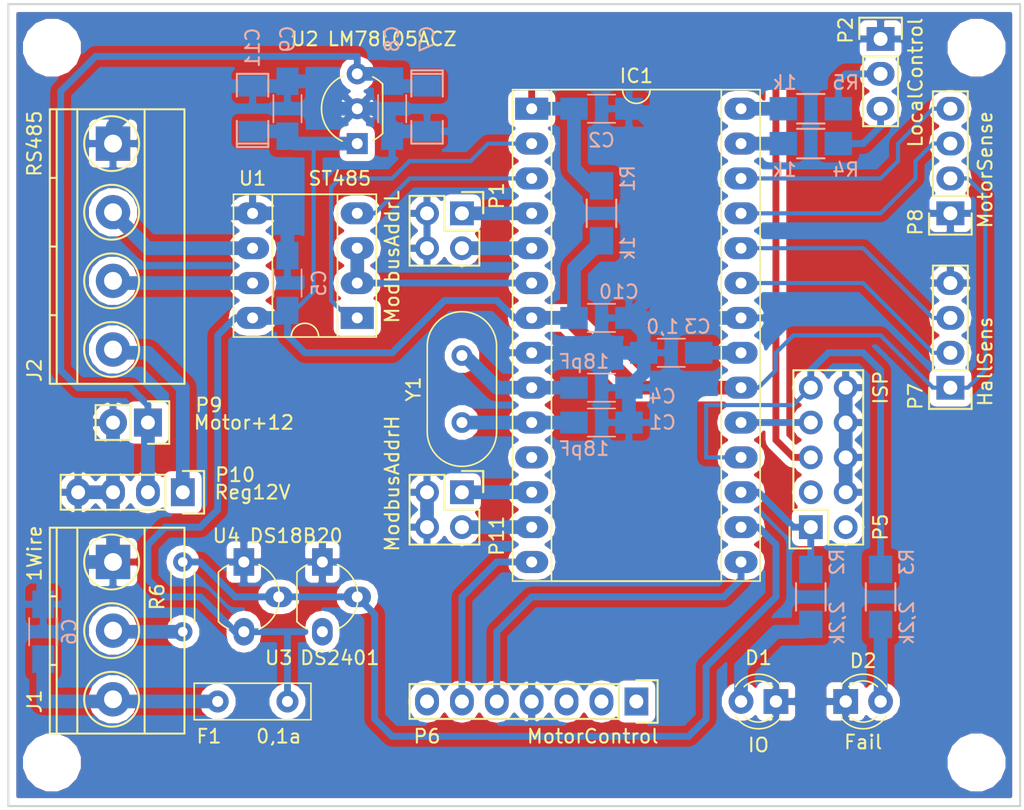
<source format=kicad_pcb>
(kicad_pcb (version 4) (host pcbnew 4.0.7)
  (layers (0 F.Cu signal) (31 B.Cu signal) (34 B.Paste user) (35 F.Paste user) (36 B.SilkS user) (37 F.SilkS user) (38 B.Mask user) (39 F.Mask user) (44 Edge.Cuts user))
  (net 0 "")
  (net 1 "Net-(C1-Pad1)")
  (net 2 GND)
  (net 3 /Reset)
  (net 4 "Net-(C3-Pad1)")
  (net 5 "Net-(C4-Pad1)")
  (net 6 +5V)
  (net 7 "Net-(C6-Pad1)")
  (net 8 +12V)
  (net 9 "Net-(D1-Pad2)")
  (net 10 "Net-(D2-Pad2)")
  (net 11 /OutB)
  (net 12 /Rx)
  (net 13 /1Wire)
  (net 14 /Tx)
  (net 15 /IO_Led)
  (net 16 "Net-(IC1-Pad4)")
  (net 17 /Fail_Led)
  (net 18 "Net-(IC1-Pad5)")
  (net 19 /SCK)
  (net 20 /TxE)
  (net 21 /Ai_Hall_A)
  (net 22 /Ai_Hall_B)
  (net 23 /Ai_I_Sense)
  (net 24 "Net-(IC1-Pad12)")
  (net 25 /Ai_Ext)
  (net 26 "Net-(IC1-Pad13)")
  (net 27 /LocalOpen)
  (net 28 /OutA)
  (net 29 /LocalClose)
  (net 30 "Net-(J1-Pad2)")
  (net 31 +24V)
  (net 32 "Net-(J2-Pad3)")
  (net 33 "Net-(J2-Pad2)")
  (net 34 "Net-(P2-Pad2)")
  (net 35 "Net-(P2-Pad3)")
  (module Mounting_Holes:MountingHole_3.2mm_M3 (layer F.Cu) (at 266.065 89.535)
    (fp_text reference hole hide)
    (fp_text value "" hide)
    (pad 1 np_thru_hole circle (at 0 0) (size 3.2 3.2) (drill 3.2) (layers *.Cu *.Mask))
  )
  (module Mounting_Holes:MountingHole_3.2mm_M3 (layer F.Cu) (at 198.755 89.535)
    (fp_text reference hole hide)
    (fp_text value "" hide)
    (pad 1 np_thru_hole circle (at 0 0) (size 3.2 3.2) (drill 3.2) (layers *.Cu *.Mask))
  )
  (module Mounting_Holes:MountingHole_3.2mm_M3 (layer F.Cu) (at 198.755 141.605)
    (fp_text reference hole hide)
    (fp_text value "" hide)
    (pad 1 np_thru_hole circle (at 0 0) (size 3.2 3.2) (drill 3.2) (layers *.Cu *.Mask))
  )
  (module Capacitors_SMD:C_1206_HandSoldering (layer B.Cu) (at 238.76 116.84)
    (fp_text reference C1 (at 4.445 0) (layer B.SilkS) (effects (justify mirror)))
    (fp_text value 18pF (at -1.27 1.905) (layer B.SilkS) (effects (justify mirror)))
    (pad 1 smd rect (at -2 0) (size 2 1.6) (layers B.Cu B.Paste B.Mask) (net 1 "Net-(C1-Pad1)"))
    (pad 2 smd rect (at 2 0) (size 2 1.6) (layers B.Cu B.Paste B.Mask) (net 2 GND))
  )
  (module Capacitors_SMD:C_1206_HandSoldering (layer B.Cu) (at 238.76 93.98)
    (fp_text reference C2 (at 0 2.3) (layer B.SilkS) (effects (justify mirror)))
    (fp_text value 1,0)
    (pad 1 smd rect (at -2 0) (size 2 1.6) (layers B.Cu B.Paste B.Mask) (net 3 /Reset))
    (pad 2 smd rect (at 2 0) (size 2 1.6) (layers B.Cu B.Paste B.Mask) (net 2 GND))
  )
  (module Capacitors_SMD:C_1206_HandSoldering (layer B.Cu) (at 243.84 111.76 180)
    (fp_text reference C3 (at -1.905 1.905 180) (layer B.SilkS) (effects (justify mirror)))
    (fp_text value 1,0 (at 0.635 1.905 180) (layer B.SilkS) (effects (justify mirror)))
    (pad 1 smd rect (at -2 0 180) (size 2 1.6) (layers B.Cu B.Paste B.Mask) (net 4 "Net-(C3-Pad1)"))
    (pad 2 smd rect (at 2 0 180) (size 2 1.6) (layers B.Cu B.Paste B.Mask) (net 2 GND))
  )
  (module Capacitors_SMD:C_1206_HandSoldering (layer B.Cu) (at 238.76 114.3)
    (fp_text reference C4 (at 4.445 0.635) (layer B.SilkS) (effects (justify mirror)))
    (fp_text value 18pF (at -1.27 -1.905) (layer B.SilkS) (effects (justify mirror)))
    (pad 1 smd rect (at -2 0) (size 2 1.6) (layers B.Cu B.Paste B.Mask) (net 5 "Net-(C4-Pad1)"))
    (pad 2 smd rect (at 2 0) (size 2 1.6) (layers B.Cu B.Paste B.Mask) (net 2 GND))
  )
  (module Capacitors_SMD:C_1206_HandSoldering (layer B.Cu) (at 215.9 106.68 90)
    (fp_text reference C5 (at 0 2.3 90) (layer B.SilkS) (effects (justify mirror)))
    (fp_text value 0,1)
    (pad 1 smd rect (at -2 0 90) (size 2 1.6) (layers B.Cu B.Paste B.Mask) (net 6 +5V))
    (pad 2 smd rect (at 2 0 90) (size 2 1.6) (layers B.Cu B.Paste B.Mask) (net 2 GND))
  )
  (module Capacitors_SMD:C_1206_HandSoldering (layer B.Cu) (at 198.12 132.08 90)
    (fp_text reference C6 (at 0 1.905 90) (layer B.SilkS) (effects (justify mirror)))
    (fp_text value 0,1)
    (pad 1 smd rect (at -2 0 90) (size 2 1.6) (layers B.Cu B.Paste B.Mask) (net 7 "Net-(C6-Pad1)"))
    (pad 2 smd rect (at 2 0 90) (size 2 1.6) (layers B.Cu B.Paste B.Mask) (net 2 GND))
  )
  (module SMD_Packages:SMD-1206_Pol (layer B.Cu) (at 226.06 93.98 270)
    (fp_text reference C7 (at -5.08 0 270) (layer B.SilkS) (effects (justify mirror)))
    (fp_text value 10,0)
    (pad 1 smd rect (at -1.651 0 270) (size 1.524 2.032) (layers B.Cu B.Paste B.Mask) (net 8 +12V))
    (pad 2 smd rect (at 1.651 0 270) (size 1.524 2.032) (layers B.Cu B.Paste B.Mask) (net 2 GND))
  )
  (module Capacitors_SMD:C_1206_HandSoldering (layer B.Cu) (at 223.52 93.98 270)
    (fp_text reference C8 (at -5.08 0 270) (layer B.SilkS) (effects (justify mirror)))
    (fp_text value 0,1)
    (pad 1 smd rect (at -2 0 270) (size 2 1.6) (layers B.Cu B.Paste B.Mask) (net 8 +12V))
    (pad 2 smd rect (at 2 0 270) (size 2 1.6) (layers B.Cu B.Paste B.Mask) (net 2 GND))
  )
  (module Capacitors_SMD:C_1206_HandSoldering (layer B.Cu) (at 215.9 93.98 270)
    (fp_text reference C9 (at -5.08 0 270) (layer B.SilkS) (effects (justify mirror)))
    (fp_text value 0,1)
    (pad 1 smd rect (at -2 0 270) (size 2 1.6) (layers B.Cu B.Paste B.Mask) (net 2 GND))
    (pad 2 smd rect (at 2 0 270) (size 2 1.6) (layers B.Cu B.Paste B.Mask) (net 6 +5V))
  )
  (module Capacitors_SMD:C_1206_HandSoldering (layer B.Cu) (at 238.76 109.22)
    (fp_text reference C10 (at 1.27 -1.905) (layer B.SilkS) (effects (justify mirror)))
    (fp_text value 0,1)
    (pad 1 smd rect (at -2 0) (size 2 1.6) (layers B.Cu B.Paste B.Mask) (net 6 +5V))
    (pad 2 smd rect (at 2 0) (size 2 1.6) (layers B.Cu B.Paste B.Mask) (net 2 GND))
  )
  (module SMD_Packages:SMD-1206_Pol (layer B.Cu) (at 213.36 93.98 90)
    (fp_text reference C11 (at 4.445 0 90) (layer B.SilkS) (effects (justify mirror)))
    (fp_text value 10,0)
    (pad 1 smd rect (at -1.651 0 90) (size 1.524 2.032) (layers B.Cu B.Paste B.Mask) (net 6 +5V))
    (pad 2 smd rect (at 1.651 0 90) (size 1.524 2.032) (layers B.Cu B.Paste B.Mask) (net 2 GND))
  )
  (module LEDs:LED_D3.0mm (layer F.Cu) (at 251.46 137.16 180)
    (fp_text reference D1 (at 1.27 3.175 180) (layer F.SilkS))
    (fp_text value IO (at 1.27 -3.175 180) (layer F.SilkS))
    (pad 1 thru_hole rect (at 0 0 180) (size 1.8 1.8) (drill 0.9) (layers *.Cu *.Mask) (net 2 GND))
    (pad 2 thru_hole circle (at 2.54 0 180) (size 1.8 1.8) (drill 0.9) (layers *.Cu *.Mask) (net 9 "Net-(D1-Pad2)"))
  )
  (module LEDs:LED_D3.0mm (layer F.Cu) (at 256.54 137.16)
    (fp_text reference D2 (at 1.27 -2.96) (layer F.SilkS))
    (fp_text value Fail (at 1.27 2.96) (layer F.SilkS))
    (pad 1 thru_hole rect (at 0 0) (size 1.8 1.8) (drill 0.9) (layers *.Cu *.Mask) (net 2 GND))
    (pad 2 thru_hole circle (at 2.54 0) (size 1.8 1.8) (drill 0.9) (layers *.Cu *.Mask) (net 10 "Net-(D2-Pad2)"))
  )
  (module Resistors_THT:R_Box_L8.4mm_W2.5mm_P5.08mm (layer F.Cu) (at 210.82 137.16)
    (fp_text reference F1 (at -0.635 2.54) (layer F.SilkS))
    (fp_text value 0,1a (at 4.445 2.54) (layer F.SilkS))
    (pad 1 thru_hole circle (at 0 0) (size 1.6 1.6) (drill 0.8) (layers *.Cu *.Mask) (net 7 "Net-(C6-Pad1)"))
    (pad 2 thru_hole circle (at 5.08 0) (size 1.6 1.6) (drill 0.8) (layers *.Cu *.Mask) (net 6 +5V))
  )
  (module Housings_DIP:DIP-28_W15.24mm_Socket_LongPads (layer F.Cu) (at 233.68 93.98)
    (fp_text reference IC1 (at 7.62 -2.39) (layer F.SilkS))
    (fp_text value ATMEGA8-P)
    (pad 1 thru_hole rect (at 0 0) (size 2.4 1.6) (drill 0.8) (layers *.Cu *.Mask) (net 3 /Reset))
    (pad 15 thru_hole oval (at 15.24 33.02) (size 2.4 1.6) (drill 0.8) (layers *.Cu *.Mask) (net 11 /OutB))
    (pad 2 thru_hole oval (at 0 2.54) (size 2.4 1.6) (drill 0.8) (layers *.Cu *.Mask) (net 12 /Rx))
    (pad 16 thru_hole oval (at 15.24 30.48) (size 2.4 1.6) (drill 0.8) (layers *.Cu *.Mask) (net 13 /1Wire))
    (pad 3 thru_hole oval (at 0 5.08) (size 2.4 1.6) (drill 0.8) (layers *.Cu *.Mask) (net 14 /Tx))
    (pad 17 thru_hole oval (at 15.24 27.94) (size 2.4 1.6) (drill 0.8) (layers *.Cu *.Mask) (net 15 /IO_Led))
    (pad 4 thru_hole oval (at 0 7.62) (size 2.4 1.6) (drill 0.8) (layers *.Cu *.Mask) (net 16 "Net-(IC1-Pad4)"))
    (pad 18 thru_hole oval (at 15.24 25.4) (size 2.4 1.6) (drill 0.8) (layers *.Cu *.Mask) (net 17 /Fail_Led))
    (pad 5 thru_hole oval (at 0 10.16) (size 2.4 1.6) (drill 0.8) (layers *.Cu *.Mask) (net 18 "Net-(IC1-Pad5)"))
    (pad 19 thru_hole oval (at 15.24 22.86) (size 2.4 1.6) (drill 0.8) (layers *.Cu *.Mask) (net 19 /SCK))
    (pad 6 thru_hole oval (at 0 12.7) (size 2.4 1.6) (drill 0.8) (layers *.Cu *.Mask) (net 20 /TxE))
    (pad 20 thru_hole oval (at 15.24 20.32) (size 2.4 1.6) (drill 0.8) (layers *.Cu *.Mask) (net 6 +5V))
    (pad 7 thru_hole oval (at 0 15.24) (size 2.4 1.6) (drill 0.8) (layers *.Cu *.Mask) (net 6 +5V))
    (pad 21 thru_hole oval (at 15.24 17.78) (size 2.4 1.6) (drill 0.8) (layers *.Cu *.Mask) (net 4 "Net-(C3-Pad1)"))
    (pad 8 thru_hole oval (at 0 17.78) (size 2.4 1.6) (drill 0.8) (layers *.Cu *.Mask) (net 2 GND))
    (pad 22 thru_hole oval (at 15.24 15.24) (size 2.4 1.6) (drill 0.8) (layers *.Cu *.Mask) (net 2 GND))
    (pad 9 thru_hole oval (at 0 20.32) (size 2.4 1.6) (drill 0.8) (layers *.Cu *.Mask) (net 5 "Net-(C4-Pad1)"))
    (pad 23 thru_hole oval (at 15.24 12.7) (size 2.4 1.6) (drill 0.8) (layers *.Cu *.Mask) (net 21 /Ai_Hall_A))
    (pad 10 thru_hole oval (at 0 22.86) (size 2.4 1.6) (drill 0.8) (layers *.Cu *.Mask) (net 1 "Net-(C1-Pad1)"))
    (pad 24 thru_hole oval (at 15.24 10.16) (size 2.4 1.6) (drill 0.8) (layers *.Cu *.Mask) (net 22 /Ai_Hall_B))
    (pad 11 thru_hole oval (at 0 25.4) (size 2.4 1.6) (drill 0.8) (layers *.Cu *.Mask))
    (pad 25 thru_hole oval (at 15.24 7.62) (size 2.4 1.6) (drill 0.8) (layers *.Cu *.Mask) (net 23 /Ai_I_Sense))
    (pad 12 thru_hole oval (at 0 27.94) (size 2.4 1.6) (drill 0.8) (layers *.Cu *.Mask) (net 24 "Net-(IC1-Pad12)"))
    (pad 26 thru_hole oval (at 15.24 5.08) (size 2.4 1.6) (drill 0.8) (layers *.Cu *.Mask) (net 25 /Ai_Ext))
    (pad 13 thru_hole oval (at 0 30.48) (size 2.4 1.6) (drill 0.8) (layers *.Cu *.Mask) (net 26 "Net-(IC1-Pad13)"))
    (pad 27 thru_hole oval (at 15.24 2.54) (size 2.4 1.6) (drill 0.8) (layers *.Cu *.Mask) (net 27 /LocalOpen))
    (pad 14 thru_hole oval (at 0 33.02) (size 2.4 1.6) (drill 0.8) (layers *.Cu *.Mask) (net 28 /OutA))
    (pad 28 thru_hole oval (at 15.24 0) (size 2.4 1.6) (drill 0.8) (layers *.Cu *.Mask) (net 29 /LocalClose))
  )
  (module Connectors_Terminal_Blocks:TerminalBlock_Pheonix_MKDS1.5-3pol (layer F.Cu) (at 203.2 127 270)
    (fp_text reference J1 (at 10.16 5.715 270) (layer F.SilkS))
    (fp_text value 1Wire (at -0.635 5.715 270) (layer F.SilkS))
    (pad 3 thru_hole circle (at 10 0 270) (size 2.5 2.5) (drill 1.3) (layers *.Cu *.Mask) (net 7 "Net-(C6-Pad1)"))
    (pad 1 thru_hole rect (at 0 0 270) (size 2.5 2.5) (drill 1.3) (layers *.Cu *.Mask) (net 2 GND))
    (pad 2 thru_hole circle (at 5 0 270) (size 2.5 2.5) (drill 1.3) (layers *.Cu *.Mask) (net 30 "Net-(J1-Pad2)"))
  )
  (module Connectors_Terminal_Blocks:TerminalBlock_Pheonix_MKDS1.5-4pol (layer F.Cu) (at 203.2 96.52 270)
    (fp_text reference J2 (at 16.51 5.715 270) (layer F.SilkS))
    (fp_text value RS485 (at 0 5.715 270) (layer F.SilkS))
    (pad 4 thru_hole circle (at 15 0 270) (size 2.5 2.5) (drill 1.3) (layers *.Cu *.Mask) (net 31 +24V))
    (pad 3 thru_hole circle (at 10 0 270) (size 2.5 2.5) (drill 1.3) (layers *.Cu *.Mask) (net 32 "Net-(J2-Pad3)"))
    (pad 1 thru_hole rect (at 0 0 270) (size 2.5 2.5) (drill 1.3) (layers *.Cu *.Mask) (net 2 GND))
    (pad 2 thru_hole circle (at 5 0 270) (size 2.5 2.5) (drill 1.3) (layers *.Cu *.Mask) (net 33 "Net-(J2-Pad2)"))
  )
  (module Socket_Strips:Socket_Strip_Straight_1x03 (layer F.Cu) (at 259.08 88.9 270)
    (fp_text reference P2 (at -0.635 2.54 270) (layer F.SilkS))
    (fp_text value LocalControl (at 3.175 -2.54 270) (layer F.SilkS))
    (pad 1 thru_hole rect (at 0 0 270) (size 1.7272 2.032) (drill 1.016) (layers *.Cu *.Mask) (net 2 GND))
    (pad 2 thru_hole oval (at 2.54 0 270) (size 1.7272 2.032) (drill 1.016) (layers *.Cu *.Mask) (net 34 "Net-(P2-Pad2)"))
    (pad 3 thru_hole oval (at 5.08 0 270) (size 1.7272 2.032) (drill 1.016) (layers *.Cu *.Mask) (net 35 "Net-(P2-Pad3)"))
  )
  (module Socket_Strips:Socket_Strip_Straight_2x05 (layer F.Cu) (at 254 124.46 90)
    (fp_text reference P5 (at 0 5.08 90) (layer F.SilkS))
    (fp_text value ISP (at 10.16 5.08 90) (layer F.SilkS))
    (pad 1 thru_hole rect (at 0 0 90) (size 1.7272 1.7272) (drill 1.016) (layers *.Cu *.Mask) (net 15 /IO_Led))
    (pad 2 thru_hole oval (at 0 2.54 90) (size 1.7272 1.7272) (drill 1.016) (layers *.Cu *.Mask))
    (pad 3 thru_hole oval (at 2.54 0 90) (size 1.7272 1.7272) (drill 1.016) (layers *.Cu *.Mask))
    (pad 4 thru_hole oval (at 2.54 2.54 90) (size 1.7272 1.7272) (drill 1.016) (layers *.Cu *.Mask) (net 2 GND))
    (pad 5 thru_hole oval (at 5.08 0 90) (size 1.7272 1.7272) (drill 1.016) (layers *.Cu *.Mask) (net 3 /Reset))
    (pad 6 thru_hole oval (at 5.08 2.54 90) (size 1.7272 1.7272) (drill 1.016) (layers *.Cu *.Mask) (net 2 GND))
    (pad 7 thru_hole oval (at 7.62 0 90) (size 1.7272 1.7272) (drill 1.016) (layers *.Cu *.Mask) (net 19 /SCK))
    (pad 8 thru_hole oval (at 7.62 2.54 90) (size 1.7272 1.7272) (drill 1.016) (layers *.Cu *.Mask) (net 2 GND))
    (pad 9 thru_hole oval (at 10.16 0 90) (size 1.7272 1.7272) (drill 1.016) (layers *.Cu *.Mask) (net 17 /Fail_Led))
    (pad 10 thru_hole oval (at 10.16 2.54 90) (size 1.7272 1.7272) (drill 1.016) (layers *.Cu *.Mask) (net 2 GND))
  )
  (module Socket_Strips:Socket_Strip_Straight_1x07 (layer F.Cu) (at 241.3 137.16 180)
    (fp_text reference P6 (at 15.24 -2.54 180) (layer F.SilkS))
    (fp_text value MotorControl (at 3.175 -2.54 180) (layer F.SilkS))
    (pad 1 thru_hole rect (at 0 0 180) (size 1.7272 2.032) (drill 1.016) (layers *.Cu *.Mask))
    (pad 2 thru_hole oval (at 2.54 0 180) (size 1.7272 2.032) (drill 1.016) (layers *.Cu *.Mask))
    (pad 3 thru_hole oval (at 5.08 0 180) (size 1.7272 2.032) (drill 1.016) (layers *.Cu *.Mask))
    (pad 4 thru_hole oval (at 7.62 0 180) (size 1.7272 2.032) (drill 1.016) (layers *.Cu *.Mask) (net 2 GND))
    (pad 5 thru_hole oval (at 10.16 0 180) (size 1.7272 2.032) (drill 1.016) (layers *.Cu *.Mask) (net 11 /OutB))
    (pad 6 thru_hole oval (at 12.7 0 180) (size 1.7272 2.032) (drill 1.016) (layers *.Cu *.Mask) (net 28 /OutA))
    (pad 7 thru_hole oval (at 15.24 0 180) (size 1.7272 2.032) (drill 1.016) (layers *.Cu *.Mask))
  )
  (module Socket_Strips:Socket_Strip_Straight_1x04 (layer F.Cu) (at 264.16 114.3 90)
    (fp_text reference P7 (at -0.635 -2.54 90) (layer F.SilkS))
    (fp_text value HallSens (at 1.905 2.54 90) (layer F.SilkS))
    (pad 1 thru_hole rect (at 0 0 90) (size 1.7272 2.032) (drill 1.016) (layers *.Cu *.Mask) (net 6 +5V))
    (pad 2 thru_hole oval (at 2.54 0 90) (size 1.7272 2.032) (drill 1.016) (layers *.Cu *.Mask) (net 21 /Ai_Hall_A))
    (pad 3 thru_hole oval (at 5.08 0 90) (size 1.7272 2.032) (drill 1.016) (layers *.Cu *.Mask) (net 22 /Ai_Hall_B))
    (pad 4 thru_hole oval (at 7.62 0 90) (size 1.7272 2.032) (drill 1.016) (layers *.Cu *.Mask) (net 2 GND))
  )
  (module Socket_Strips:Socket_Strip_Straight_1x04 (layer F.Cu) (at 264.16 101.6 90)
    (fp_text reference P8 (at -0.635 -2.54 90) (layer F.SilkS))
    (fp_text value MotorSense (at 3.175 2.54 90) (layer F.SilkS))
    (pad 1 thru_hole rect (at 0 0 90) (size 1.7272 2.032) (drill 1.016) (layers *.Cu *.Mask) (net 2 GND))
    (pad 2 thru_hole oval (at 2.54 0 90) (size 1.7272 2.032) (drill 1.016) (layers *.Cu *.Mask) (net 6 +5V))
    (pad 3 thru_hole oval (at 5.08 0 90) (size 1.7272 2.032) (drill 1.016) (layers *.Cu *.Mask) (net 23 /Ai_I_Sense))
    (pad 4 thru_hole oval (at 7.62 0 90) (size 1.7272 2.032) (drill 1.016) (layers *.Cu *.Mask) (net 25 /Ai_Ext))
  )
  (module Socket_Strips:Socket_Strip_Straight_1x02 (layer F.Cu) (at 205.74 116.84 180)
    (fp_text reference P9 (at -4.445 1.27 180) (layer F.SilkS))
    (fp_text value Motor+12 (at -6.985 0 180) (layer F.SilkS))
    (pad 1 thru_hole rect (at 0 0 180) (size 2.032 2.032) (drill 1.016) (layers *.Cu *.Mask) (net 8 +12V))
    (pad 2 thru_hole oval (at 2.54 0 180) (size 2.032 2.032) (drill 1.016) (layers *.Cu *.Mask) (net 2 GND))
  )
  (module Socket_Strips:Socket_Strip_Straight_1x04 (layer F.Cu) (at 208.28 121.92 180)
    (fp_text reference P10 (at -3.81 1.27 180) (layer F.SilkS))
    (fp_text value Reg12V (at -5.08 0 180) (layer F.SilkS))
    (pad 1 thru_hole rect (at 0 0 180) (size 1.7272 2.032) (drill 1.016) (layers *.Cu *.Mask) (net 31 +24V))
    (pad 2 thru_hole oval (at 2.54 0 180) (size 1.7272 2.032) (drill 1.016) (layers *.Cu *.Mask) (net 8 +12V))
    (pad 3 thru_hole oval (at 5.08 0 180) (size 1.7272 2.032) (drill 1.016) (layers *.Cu *.Mask) (net 2 GND))
    (pad 4 thru_hole oval (at 7.62 0 180) (size 1.7272 2.032) (drill 1.016) (layers *.Cu *.Mask) (net 2 GND))
  )
  (module Resistors_SMD:R_1206_HandSoldering (layer B.Cu) (at 238.76 101.6 90)
    (fp_text reference R1 (at 2.54 1.905 90) (layer B.SilkS) (effects (justify mirror)))
    (fp_text value 1k (at -2.54 1.905 90) (layer B.SilkS) (effects (justify mirror)))
    (pad 1 smd rect (at -2 0 90) (size 2 1.7) (layers B.Cu B.Paste B.Mask) (net 6 +5V))
    (pad 2 smd rect (at 2 0 90) (size 2 1.7) (layers B.Cu B.Paste B.Mask) (net 3 /Reset))
  )
  (module Resistors_SMD:R_1206_HandSoldering (layer B.Cu) (at 254 129.54 90)
    (fp_text reference R2 (at 2.54 1.905 90) (layer B.SilkS) (effects (justify mirror)))
    (fp_text value 2,2k (at -1.905 1.905 90) (layer B.SilkS) (effects (justify mirror)))
    (pad 1 smd rect (at -2 0 90) (size 2 1.7) (layers B.Cu B.Paste B.Mask) (net 9 "Net-(D1-Pad2)"))
    (pad 2 smd rect (at 2 0 90) (size 2 1.7) (layers B.Cu B.Paste B.Mask) (net 15 /IO_Led))
  )
  (module Resistors_SMD:R_1206_HandSoldering (layer B.Cu) (at 259.08 129.54 90)
    (fp_text reference R3 (at 2.54 1.905 90) (layer B.SilkS) (effects (justify mirror)))
    (fp_text value 2,2k (at -1.905 1.905 90) (layer B.SilkS) (effects (justify mirror)))
    (pad 1 smd rect (at -2 0 90) (size 2 1.7) (layers B.Cu B.Paste B.Mask) (net 10 "Net-(D2-Pad2)"))
    (pad 2 smd rect (at 2 0 90) (size 2 1.7) (layers B.Cu B.Paste B.Mask) (net 17 /Fail_Led))
  )
  (module Resistors_SMD:R_1206_HandSoldering (layer B.Cu) (at 254 96.52 180)
    (fp_text reference R4 (at -2.54 -1.905 180) (layer B.SilkS) (effects (justify mirror)))
    (fp_text value 1k (at 1.905 -1.905 180) (layer B.SilkS) (effects (justify mirror)))
    (pad 1 smd rect (at -2 0 180) (size 2 1.7) (layers B.Cu B.Paste B.Mask) (net 35 "Net-(P2-Pad3)"))
    (pad 2 smd rect (at 2 0 180) (size 2 1.7) (layers B.Cu B.Paste B.Mask) (net 27 /LocalOpen))
  )
  (module Resistors_SMD:R_1206_HandSoldering (layer B.Cu) (at 254 93.98 180)
    (fp_text reference R5 (at -2.54 1.905 180) (layer B.SilkS) (effects (justify mirror)))
    (fp_text value 1k (at 1.905 1.905 180) (layer B.SilkS) (effects (justify mirror)))
    (pad 1 smd rect (at -2 0 180) (size 2 1.7) (layers B.Cu B.Paste B.Mask) (net 34 "Net-(P2-Pad2)"))
    (pad 2 smd rect (at 2 0 180) (size 2 1.7) (layers B.Cu B.Paste B.Mask) (net 29 /LocalClose))
  )
  (module Resistors_THT:R_Axial_DIN0204_L3.6mm_D1.6mm_P5.08mm_Horizontal (layer F.Cu) (at 208.28 132.08 90)
    (fp_text reference R6 (at 2.54 -1.86 90) (layer F.SilkS))
    (fp_text value 100)
    (pad 1 thru_hole circle (at 0 0 90) (size 1.4 1.4) (drill 0.7) (layers *.Cu *.Mask) (net 30 "Net-(J1-Pad2)"))
    (pad 2 thru_hole oval (at 5.08 0 90) (size 1.4 1.4) (drill 0.7) (layers *.Cu *.Mask) (net 13 /1Wire))
  )
  (module Housings_DIP:DIP-8_W7.62mm_Socket_LongPads (layer F.Cu) (at 220.98 109.22 180)
    (fp_text reference U1 (at 7.62 10.16 180) (layer F.SilkS))
    (fp_text value ST485 (at 1.27 10.16 180) (layer F.SilkS))
    (pad 1 thru_hole rect (at 0 0 180) (size 2.4 1.6) (drill 0.8) (layers *.Cu *.Mask) (net 12 /Rx))
    (pad 5 thru_hole oval (at 7.62 7.62 180) (size 2.4 1.6) (drill 0.8) (layers *.Cu *.Mask) (net 2 GND))
    (pad 2 thru_hole oval (at 0 2.54 180) (size 2.4 1.6) (drill 0.8) (layers *.Cu *.Mask) (net 20 /TxE))
    (pad 6 thru_hole oval (at 7.62 5.08 180) (size 2.4 1.6) (drill 0.8) (layers *.Cu *.Mask) (net 33 "Net-(J2-Pad2)"))
    (pad 3 thru_hole oval (at 0 5.08 180) (size 2.4 1.6) (drill 0.8) (layers *.Cu *.Mask) (net 20 /TxE))
    (pad 7 thru_hole oval (at 7.62 2.54 180) (size 2.4 1.6) (drill 0.8) (layers *.Cu *.Mask) (net 32 "Net-(J2-Pad3)"))
    (pad 4 thru_hole oval (at 0 7.62 180) (size 2.4 1.6) (drill 0.8) (layers *.Cu *.Mask) (net 14 /Tx))
    (pad 8 thru_hole oval (at 7.62 0 180) (size 2.4 1.6) (drill 0.8) (layers *.Cu *.Mask) (net 6 +5V))
  )
  (module TO_SOT_Packages_THT:TO-92_Inline_Wide (layer F.Cu) (at 220.98 96.52 90)
    (fp_text reference U2 (at 7.62 -3.81 360) (layer F.SilkS))
    (fp_text value LM78L05ACZ (at 7.62 2.54 180) (layer F.SilkS))
    (pad 2 thru_hole circle (at 2.54 0 180) (size 1.524 1.524) (drill 0.8) (layers *.Cu *.Mask) (net 2 GND))
    (pad 3 thru_hole circle (at 5.08 0 180) (size 1.524 1.524) (drill 0.8) (layers *.Cu *.Mask) (net 8 +12V))
    (pad 1 thru_hole rect (at 0 0 180) (size 1.524 1.524) (drill 0.8) (layers *.Cu *.Mask) (net 6 +5V))
  )
  (module Crystals:Crystal_HC49-U_Vertical (layer F.Cu) (at 228.6 116.84 90)
    (fp_text reference Y1 (at 2.44 -3.525 90) (layer F.SilkS))
    (fp_text value 16MHz)
    (pad 1 thru_hole circle (at 0 0 90) (size 1.5 1.5) (drill 0.8) (layers *.Cu *.Mask) (net 1 "Net-(C1-Pad1)"))
    (pad 2 thru_hole circle (at 4.88 0 90) (size 1.5 1.5) (drill 0.8) (layers *.Cu *.Mask) (net 5 "Net-(C4-Pad1)"))
  )
  (module Socket_Strips:Socket_Strip_Straight_2x02 (layer F.Cu) (at 228.6 121.92 270)
    (fp_text reference P11 (at 3.175 -2.54 270) (layer F.SilkS))
    (fp_text value ModbusAddrH (at -0.635 5.08 270) (layer F.SilkS))
    (pad 1 thru_hole rect (at 0 0 270) (size 1.7272 1.7272) (drill 1.016) (layers *.Cu *.Mask) (net 24 "Net-(IC1-Pad12)"))
    (pad 2 thru_hole oval (at 0 2.54 270) (size 1.7272 1.7272) (drill 1.016) (layers *.Cu *.Mask) (net 2 GND))
    (pad 3 thru_hole oval (at 2.54 0 270) (size 1.7272 1.7272) (drill 1.016) (layers *.Cu *.Mask) (net 26 "Net-(IC1-Pad13)"))
    (pad 4 thru_hole oval (at 2.54 2.54 270) (size 1.7272 1.7272) (drill 1.016) (layers *.Cu *.Mask) (net 2 GND))
  )
  (module Socket_Strips:Socket_Strip_Straight_2x02 (layer F.Cu) (at 228.6 101.6 270)
    (fp_text reference P1 (at -1.27 -2.54 270) (layer F.SilkS))
    (fp_text value ModbusAddrL (at 3.175 5.08 270) (layer F.SilkS))
    (pad 1 thru_hole rect (at 0 0 270) (size 1.7272 1.7272) (drill 1.016) (layers *.Cu *.Mask) (net 16 "Net-(IC1-Pad4)"))
    (pad 2 thru_hole oval (at 0 2.54 270) (size 1.7272 1.7272) (drill 1.016) (layers *.Cu *.Mask) (net 2 GND))
    (pad 3 thru_hole oval (at 2.54 0 270) (size 1.7272 1.7272) (drill 1.016) (layers *.Cu *.Mask) (net 18 "Net-(IC1-Pad5)"))
    (pad 4 thru_hole oval (at 2.54 2.54 270) (size 1.7272 1.7272) (drill 1.016) (layers *.Cu *.Mask) (net 2 GND))
  )
  (module TO_SOT_Packages_THT:TO-92_Molded_Wide_Oval (layer F.Cu) (at 218.44 127 270)
    (fp_text reference U3 (at 6.985 3.175 360) (layer F.SilkS))
    (fp_text value DS2401 (at 6.985 -1.27 360) (layer F.SilkS))
    (pad 2 thru_hole oval (at 2.54 -2.54) (size 2 1.5) (drill 0.8) (layers *.Cu *.Mask) (net 13 /1Wire))
    (pad 1 thru_hole rect (at 0 0) (size 1.5 2) (drill 0.8) (layers *.Cu *.Mask) (net 2 GND))
    (pad 3 thru_hole oval (at 5.08 0) (size 1.5 2) (drill 0.8) (layers *.Cu *.Mask))
  )
  (module TO_SOT_Packages_THT:TO-92_Molded_Wide_Oval (layer F.Cu) (at 212.725 127 270)
    (fp_text reference U4 (at -1.905 1.27 360) (layer F.SilkS))
    (fp_text value DS18B20 (at -1.905 -3.81 360) (layer F.SilkS))
    (pad 2 thru_hole oval (at 2.54 -2.54) (size 2 1.5) (drill 0.8) (layers *.Cu *.Mask) (net 13 /1Wire))
    (pad 1 thru_hole rect (at 0 0) (size 1.5 2) (drill 0.8) (layers *.Cu *.Mask) (net 2 GND))
    (pad 3 thru_hole oval (at 5.08 0) (size 1.5 2) (drill 0.8) (layers *.Cu *.Mask) (net 6 +5V))
  )
  (module Mounting_Holes:MountingHole_3.2mm_M3 (layer F.Cu) (at 266.065 141.605)
    (fp_text reference hole hide)
    (fp_text value "" hide)
    (pad 1 np_thru_hole circle (at 0 0) (size 3.2 3.2) (drill 3.2) (layers *.Cu *.Mask))
  )
  (gr_line (start 269.24 86.36) (end 195.58 86.36) (angle 90) (layer Edge.Cuts) (width 0.15))
  (gr_line (start 269.24 144.78) (end 269.24 86.36) (angle 90) (layer Edge.Cuts) (width 0.15))
  (gr_line (start 195.58 144.78) (end 269.24 144.78) (angle 90) (layer Edge.Cuts) (width 0.15))
  (gr_line (start 195.58 86.36) (end 195.58 144.78) (angle 90) (layer Edge.Cuts) (width 0.15))
  (segment (start 236.76 116.84) (end 233.68 116.84) (width 1) (layer B.Cu) (net 1))
  (segment (start 233.68 116.84) (end 228.6 116.84) (width 1) (layer B.Cu) (net 1))
  (segment (start 212.725 127) (end 218.44 127) (width 0.5) (layer B.Cu) (net 2))
  (segment (start 218.44 127) (end 224.79 127) (width 0.5) (layer B.Cu) (net 2))
  (segment (start 224.79 127) (end 226.06 125.73) (width 0.5) (layer B.Cu) (net 2))
  (segment (start 226.06 125.73) (end 226.06 124.46) (width 0.5) (layer B.Cu) (net 2))
  (segment (start 233.68 111.76) (end 241.84 111.76) (width 1) (layer B.Cu) (net 2))
  (segment (start 240.76 116.84) (end 240.76 114.3) (width 1) (layer B.Cu) (net 2))
  (segment (start 240.76 114.3) (end 241.84 113.22) (width 1) (layer B.Cu) (net 2))
  (segment (start 241.84 113.22) (end 241.84 110.3) (width 1) (layer B.Cu) (net 2))
  (segment (start 241.84 110.3) (end 240.76 109.22) (width 1) (layer B.Cu) (net 2))
  (segment (start 240.76 93.98) (end 241.3 93.98) (width 1) (layer B.Cu) (net 2))
  (segment (start 241.3 93.98) (end 242.57 95.25) (width 1) (layer B.Cu) (net 2))
  (segment (start 242.57 95.25) (end 242.57 107.41) (width 1) (layer B.Cu) (net 2))
  (segment (start 242.57 107.41) (end 240.76 109.22) (width 1) (layer B.Cu) (net 2))
  (segment (start 248.92 109.22) (end 240.76 109.22) (width 1) (layer B.Cu) (net 2))
  (segment (start 256.54 121.92) (end 256.54 119.38) (width 1) (layer B.Cu) (net 2))
  (segment (start 256.54 119.38) (end 256.54 116.84) (width 1) (layer B.Cu) (net 2))
  (segment (start 256.54 116.84) (end 256.54 114.3) (width 1) (layer B.Cu) (net 2))
  (segment (start 226.06 124.46) (end 226.06 121.92) (width 1) (layer B.Cu) (net 2))
  (segment (start 203.2 127) (end 203.2 124.46) (width 1) (layer B.Cu) (net 2))
  (segment (start 203.2 124.46) (end 203.2 121.92) (width 1) (layer B.Cu) (net 2))
  (segment (start 213.36 101.6) (end 210.82 101.6) (width 1) (layer B.Cu) (net 2))
  (segment (start 207.01 97.79) (end 207.01 92.329) (width 1) (layer B.Cu) (net 2))
  (segment (start 210.82 101.6) (end 207.01 97.79) (width 1) (layer B.Cu) (net 2))
  (segment (start 203.2 96.52) (end 203.2 95.25) (width 1) (layer B.Cu) (net 2))
  (segment (start 203.2 95.25) (end 206.121 92.329) (width 1) (layer B.Cu) (net 2))
  (segment (start 206.121 92.329) (end 207.01 92.329) (width 1) (layer B.Cu) (net 2))
  (segment (start 207.01 92.329) (end 213.36 92.329) (width 1) (layer B.Cu) (net 2))
  (segment (start 213.36 92.329) (end 215.551 92.329) (width 1) (layer B.Cu) (net 2))
  (segment (start 215.551 92.329) (end 215.9 91.98) (width 1) (layer B.Cu) (net 2))
  (segment (start 220.98 93.98) (end 219.71 93.98) (width 1) (layer B.Cu) (net 2))
  (segment (start 217.71 91.98) (end 215.9 91.98) (width 1) (layer B.Cu) (net 2))
  (segment (start 219.71 93.98) (end 217.71 91.98) (width 1) (layer B.Cu) (net 2))
  (segment (start 226.06 95.631) (end 223.869 95.631) (width 1) (layer B.Cu) (net 2))
  (segment (start 223.869 95.631) (end 223.52 95.98) (width 1) (layer B.Cu) (net 2))
  (segment (start 220.98 93.98) (end 222.25 93.98) (width 1) (layer B.Cu) (net 2))
  (segment (start 222.25 93.98) (end 223.52 95.25) (width 1) (layer B.Cu) (net 2))
  (segment (start 223.52 95.25) (end 223.52 95.98) (width 1) (layer B.Cu) (net 2))
  (segment (start 215.9 104.68) (end 215.9 101.6) (width 1) (layer B.Cu) (net 2))
  (segment (start 215.9 101.6) (end 213.36 101.6) (width 1) (layer B.Cu) (net 2))
  (segment (start 198.12 130.08) (end 198.12 127) (width 1) (layer B.Cu) (net 2))
  (segment (start 198.12 127) (end 203.2 127) (width 1) (layer B.Cu) (net 2))
  (segment (start 200.66 121.92) (end 203.2 121.92) (width 1) (layer B.Cu) (net 2))
  (segment (start 203.2 121.92) (end 203.2 116.84) (width 1) (layer B.Cu) (net 2))
  (segment (start 254 119.38) (end 252.73 119.38) (width 0.5) (layer F.Cu) (net 3))
  (segment (start 233.68 91.44) (end 233.68 93.98) (width 0.5) (layer F.Cu) (net 3))
  (segment (start 234.95 90.17) (end 233.68 91.44) (width 0.5) (layer F.Cu) (net 3))
  (segment (start 250.19 90.17) (end 234.95 90.17) (width 0.5) (layer F.Cu) (net 3))
  (segment (start 251.46 91.44) (end 250.19 90.17) (width 0.5) (layer F.Cu) (net 3))
  (segment (start 251.46 118.11) (end 251.46 91.44) (width 0.5) (layer F.Cu) (net 3))
  (segment (start 252.73 119.38) (end 251.46 118.11) (width 0.5) (layer F.Cu) (net 3))
  (segment (start 238.76 99.6) (end 238.03 99.6) (width 1) (layer B.Cu) (net 3))
  (segment (start 238.03 99.6) (end 236.76 98.33) (width 1) (layer B.Cu) (net 3))
  (segment (start 236.76 98.33) (end 236.76 93.98) (width 1) (layer B.Cu) (net 3))
  (segment (start 233.68 93.98) (end 236.76 93.98) (width 1) (layer B.Cu) (net 3))
  (segment (start 248.92 111.76) (end 245.84 111.76) (width 1) (layer B.Cu) (net 4))
  (segment (start 236.76 114.3) (end 233.68 114.3) (width 1) (layer B.Cu) (net 5))
  (segment (start 233.68 114.3) (end 231.14 114.3) (width 1) (layer B.Cu) (net 5))
  (segment (start 231.14 114.3) (end 228.8 111.96) (width 1) (layer B.Cu) (net 5))
  (segment (start 228.8 111.96) (end 228.6 111.96) (width 1) (layer B.Cu) (net 5))
  (segment (start 215.9 132.08) (end 217.17 132.08) (width 0.5) (layer B.Cu) (net 6))
  (segment (start 215.9 137.16) (end 215.9 132.08) (width 0.5) (layer B.Cu) (net 6))
  (segment (start 215.9 132.08) (end 212.725 132.08) (width 0.5) (layer B.Cu) (net 6))
  (segment (start 213.36 132.08) (end 212.09 132.08) (width 0.5) (layer B.Cu) (net 6))
  (segment (start 212.09 132.08) (end 209.55 129.54) (width 0.5) (layer B.Cu) (net 6))
  (segment (start 209.55 129.54) (end 207.01 129.54) (width 0.5) (layer B.Cu) (net 6))
  (segment (start 207.01 129.54) (end 205.74 128.27) (width 0.5) (layer B.Cu) (net 6))
  (segment (start 205.74 128.27) (end 205.74 125.73) (width 0.5) (layer B.Cu) (net 6))
  (segment (start 205.74 125.73) (end 207.01 124.46) (width 0.5) (layer B.Cu) (net 6))
  (segment (start 207.01 124.46) (end 209.55 124.46) (width 0.5) (layer B.Cu) (net 6))
  (segment (start 209.55 124.46) (end 210.82 123.19) (width 0.5) (layer B.Cu) (net 6))
  (segment (start 210.82 123.19) (end 210.82 110.49) (width 0.5) (layer B.Cu) (net 6))
  (segment (start 210.82 110.49) (end 212.09 109.22) (width 0.5) (layer B.Cu) (net 6))
  (segment (start 212.09 109.22) (end 213.36 109.22) (width 0.5) (layer B.Cu) (net 6))
  (segment (start 248.92 114.3) (end 241.3 114.3) (width 1) (layer F.Cu) (net 6))
  (segment (start 236.22 109.22) (end 233.68 109.22) (width 1) (layer F.Cu) (net 6))
  (segment (start 241.3 114.3) (end 236.22 109.22) (width 1) (layer F.Cu) (net 6))
  (segment (start 215.9 108.68) (end 216.44 108.68) (width 0.3) (layer B.Cu) (net 6))
  (segment (start 216.44 108.68) (end 217.805 107.315) (width 0.3) (layer B.Cu) (net 6))
  (segment (start 217.805 107.315) (end 217.805 96.52) (width 0.3) (layer B.Cu) (net 6))
  (segment (start 233.68 109.22) (end 232.41 109.22) (width 0.5) (layer B.Cu) (net 6))
  (segment (start 232.41 109.22) (end 231.14 107.95) (width 0.5) (layer B.Cu) (net 6))
  (segment (start 231.14 107.95) (end 227.33 107.95) (width 0.5) (layer B.Cu) (net 6))
  (segment (start 227.33 107.95) (end 223.52 111.76) (width 0.5) (layer B.Cu) (net 6))
  (segment (start 223.52 111.76) (end 217.17 111.76) (width 0.5) (layer B.Cu) (net 6))
  (segment (start 217.17 111.76) (end 215.9 110.49) (width 0.5) (layer B.Cu) (net 6))
  (segment (start 215.9 110.49) (end 215.9 108.68) (width 0.5) (layer B.Cu) (net 6))
  (segment (start 264.16 114.3) (end 265.43 114.3) (width 0.3) (layer B.Cu) (net 6))
  (segment (start 265.43 99.06) (end 264.16 99.06) (width 0.3) (layer B.Cu) (net 6))
  (segment (start 266.7 100.33) (end 265.43 99.06) (width 0.3) (layer B.Cu) (net 6))
  (segment (start 266.7 113.03) (end 266.7 100.33) (width 0.3) (layer B.Cu) (net 6))
  (segment (start 265.43 114.3) (end 266.7 113.03) (width 0.3) (layer B.Cu) (net 6))
  (segment (start 248.92 114.3) (end 250.19 114.3) (width 0.3) (layer B.Cu) (net 6))
  (segment (start 262.89 114.3) (end 264.16 114.3) (width 0.3) (layer B.Cu) (net 6))
  (segment (start 259.08 110.49) (end 262.89 114.3) (width 0.3) (layer B.Cu) (net 6))
  (segment (start 252.73 110.49) (end 259.08 110.49) (width 0.3) (layer B.Cu) (net 6))
  (segment (start 251.46 111.76) (end 252.73 110.49) (width 0.3) (layer B.Cu) (net 6))
  (segment (start 251.46 113.03) (end 251.46 111.76) (width 0.3) (layer B.Cu) (net 6))
  (segment (start 250.19 114.3) (end 251.46 113.03) (width 0.3) (layer B.Cu) (net 6))
  (segment (start 213.36 95.631) (end 215.551 95.631) (width 1) (layer B.Cu) (net 6))
  (segment (start 215.551 95.631) (end 215.9 95.98) (width 1) (layer B.Cu) (net 6))
  (segment (start 218.44 96.52) (end 217.805 96.52) (width 1) (layer B.Cu) (net 6))
  (segment (start 217.805 96.52) (end 216.44 96.52) (width 1) (layer B.Cu) (net 6))
  (segment (start 216.44 96.52) (end 215.9 95.98) (width 1) (layer B.Cu) (net 6))
  (segment (start 218.44 96.52) (end 220.98 96.52) (width 1) (layer B.Cu) (net 6))
  (segment (start 236.76 109.22) (end 236.76 105.6) (width 1) (layer B.Cu) (net 6))
  (segment (start 236.76 105.6) (end 238.76 103.6) (width 1) (layer B.Cu) (net 6))
  (segment (start 236.76 109.22) (end 233.68 109.22) (width 1) (layer B.Cu) (net 6))
  (segment (start 213.36 109.22) (end 215.36 109.22) (width 1) (layer B.Cu) (net 6))
  (segment (start 215.36 109.22) (end 215.9 108.68) (width 1) (layer B.Cu) (net 6))
  (segment (start 210.82 137.16) (end 203.36 137.16) (width 1) (layer B.Cu) (net 7))
  (segment (start 203.36 137.16) (end 198.12 137.16) (width 1) (layer B.Cu) (net 7))
  (segment (start 198.12 137.16) (end 198.12 134.08) (width 1) (layer B.Cu) (net 7))
  (segment (start 199.39 92.71) (end 201.93 90.17) (width 0.5) (layer B.Cu) (net 8))
  (segment (start 205.74 116.84) (end 205.74 115.57) (width 0.5) (layer B.Cu) (net 8))
  (segment (start 220.98 90.17) (end 220.98 91.44) (width 0.5) (layer B.Cu) (net 8))
  (segment (start 201.93 90.17) (end 220.98 90.17) (width 0.5) (layer B.Cu) (net 8))
  (segment (start 199.39 113.03) (end 199.39 92.71) (width 0.5) (layer B.Cu) (net 8))
  (segment (start 200.66 114.3) (end 199.39 113.03) (width 0.5) (layer B.Cu) (net 8))
  (segment (start 204.47 114.3) (end 200.66 114.3) (width 0.5) (layer B.Cu) (net 8))
  (segment (start 205.74 115.57) (end 204.47 114.3) (width 0.5) (layer B.Cu) (net 8))
  (segment (start 220.98 91.44) (end 222.98 91.44) (width 1) (layer B.Cu) (net 8))
  (segment (start 222.98 91.44) (end 223.869 92.329) (width 1) (layer B.Cu) (net 8))
  (segment (start 223.869 92.329) (end 226.06 92.329) (width 1) (layer B.Cu) (net 8))
  (segment (start 205.74 121.92) (end 205.74 116.84) (width 1) (layer B.Cu) (net 8))
  (segment (start 248.92 137.16) (end 248.92 134.62) (width 1) (layer B.Cu) (net 9))
  (segment (start 251.46 132.08) (end 253.46 132.08) (width 1) (layer B.Cu) (net 9))
  (segment (start 248.92 134.62) (end 251.46 132.08) (width 1) (layer B.Cu) (net 9))
  (segment (start 253.46 132.08) (end 254 131.54) (width 1) (layer B.Cu) (net 9))
  (segment (start 259.08 137.16) (end 259.08 131.54) (width 1) (layer B.Cu) (net 10))
  (segment (start 231.14 137.16) (end 231.14 132.08) (width 0.5) (layer B.Cu) (net 11))
  (segment (start 248.92 128.27) (end 248.92 127) (width 0.5) (layer B.Cu) (net 11))
  (segment (start 247.65 129.54) (end 248.92 128.27) (width 0.5) (layer B.Cu) (net 11))
  (segment (start 246.38 129.54) (end 247.65 129.54) (width 0.5) (layer B.Cu) (net 11))
  (segment (start 233.68 129.54) (end 246.38 129.54) (width 0.5) (layer B.Cu) (net 11))
  (segment (start 231.14 132.08) (end 233.68 129.54) (width 0.5) (layer B.Cu) (net 11))
  (segment (start 220.98 109.22) (end 220.345 109.22) (width 0.3) (layer B.Cu) (net 12))
  (segment (start 220.345 109.22) (end 219.075 107.95) (width 0.3) (layer B.Cu) (net 12))
  (segment (start 219.075 107.95) (end 219.075 99.695) (width 0.3) (layer B.Cu) (net 12))
  (segment (start 219.075 99.695) (end 219.71 99.06) (width 0.3) (layer B.Cu) (net 12))
  (segment (start 219.71 99.06) (end 222.885 99.06) (width 0.3) (layer B.Cu) (net 12))
  (segment (start 222.885 99.06) (end 223.52 99.06) (width 0.3) (layer B.Cu) (net 12))
  (segment (start 223.52 99.06) (end 224.79 97.79) (width 0.3) (layer B.Cu) (net 12))
  (segment (start 224.79 97.79) (end 229.235 97.79) (width 0.3) (layer B.Cu) (net 12))
  (segment (start 229.235 97.79) (end 230.505 96.52) (width 0.3) (layer B.Cu) (net 12))
  (segment (start 230.505 96.52) (end 233.68 96.52) (width 0.3) (layer B.Cu) (net 12))
  (segment (start 222.25 138.43) (end 222.25 130.81) (width 0.5) (layer B.Cu) (net 13))
  (segment (start 250.19 124.46) (end 251.46 125.73) (width 0.5) (layer B.Cu) (net 13))
  (segment (start 251.46 125.73) (end 251.46 129.54) (width 0.5) (layer B.Cu) (net 13))
  (segment (start 251.46 129.54) (end 246.38 134.62) (width 0.5) (layer B.Cu) (net 13))
  (segment (start 246.38 134.62) (end 246.38 138.43) (width 0.5) (layer B.Cu) (net 13))
  (segment (start 246.38 138.43) (end 245.11 139.7) (width 0.5) (layer B.Cu) (net 13))
  (segment (start 245.11 139.7) (end 223.52 139.7) (width 0.5) (layer B.Cu) (net 13))
  (segment (start 223.52 139.7) (end 222.25 138.43) (width 0.5) (layer B.Cu) (net 13))
  (segment (start 248.92 124.46) (end 250.19 124.46) (width 0.5) (layer B.Cu) (net 13))
  (segment (start 222.25 130.81) (end 220.98 129.54) (width 0.5) (layer B.Cu) (net 13))
  (segment (start 215.265 129.54) (end 220.98 129.54) (width 0.5) (layer B.Cu) (net 13))
  (segment (start 215.265 129.54) (end 213.36 129.54) (width 0.5) (layer B.Cu) (net 13))
  (segment (start 212.09 129.54) (end 209.55 127) (width 0.5) (layer B.Cu) (net 13))
  (segment (start 209.55 127) (end 208.28 127) (width 0.5) (layer B.Cu) (net 13))
  (segment (start 213.36 129.54) (end 212.09 129.54) (width 0.5) (layer B.Cu) (net 13))
  (segment (start 220.98 101.6) (end 222.25 101.6) (width 0.3) (layer B.Cu) (net 14))
  (segment (start 224.79 99.06) (end 233.68 99.06) (width 0.3) (layer B.Cu) (net 14))
  (segment (start 222.25 101.6) (end 224.79 99.06) (width 0.3) (layer B.Cu) (net 14))
  (segment (start 248.92 121.92) (end 250.19 121.92) (width 0.5) (layer B.Cu) (net 15))
  (segment (start 252.73 124.46) (end 254 124.46) (width 0.5) (layer B.Cu) (net 15))
  (segment (start 250.19 121.92) (end 252.73 124.46) (width 0.5) (layer B.Cu) (net 15))
  (segment (start 254 127.54) (end 254 124.46) (width 0.5) (layer B.Cu) (net 15))
  (segment (start 228.6 101.6) (end 233.68 101.6) (width 1) (layer B.Cu) (net 16))
  (segment (start 254 114.3) (end 252.73 115.57) (width 0.3) (layer B.Cu) (net 17))
  (segment (start 246.38 119.38) (end 248.92 119.38) (width 0.3) (layer B.Cu) (net 17))
  (segment (start 246.38 115.57) (end 246.38 119.38) (width 0.3) (layer B.Cu) (net 17))
  (segment (start 252.73 115.57) (end 246.38 115.57) (width 0.3) (layer B.Cu) (net 17))
  (segment (start 259.08 127.54) (end 259.08 113.03) (width 0.5) (layer B.Cu) (net 17))
  (segment (start 254 113.03) (end 254 114.3) (width 0.5) (layer B.Cu) (net 17))
  (segment (start 255.27 111.76) (end 254 113.03) (width 0.5) (layer B.Cu) (net 17))
  (segment (start 257.81 111.76) (end 255.27 111.76) (width 0.5) (layer B.Cu) (net 17))
  (segment (start 259.08 113.03) (end 257.81 111.76) (width 0.5) (layer B.Cu) (net 17))
  (segment (start 228.6 104.14) (end 233.68 104.14) (width 1) (layer B.Cu) (net 18))
  (segment (start 254 116.84) (end 248.92 116.84) (width 0.5) (layer B.Cu) (net 19))
  (segment (start 233.68 106.68) (end 220.98 106.68) (width 0.5) (layer B.Cu) (net 20))
  (segment (start 220.98 104.14) (end 220.98 106.68) (width 1) (layer B.Cu) (net 20))
  (segment (start 264.16 111.76) (end 262.89 111.76) (width 0.3) (layer B.Cu) (net 21))
  (segment (start 257.81 106.68) (end 248.92 106.68) (width 0.3) (layer B.Cu) (net 21))
  (segment (start 262.89 111.76) (end 257.81 106.68) (width 0.3) (layer B.Cu) (net 21))
  (segment (start 264.16 109.22) (end 262.89 109.22) (width 0.3) (layer B.Cu) (net 22))
  (segment (start 257.81 104.14) (end 248.92 104.14) (width 0.3) (layer B.Cu) (net 22))
  (segment (start 262.89 109.22) (end 257.81 104.14) (width 0.3) (layer B.Cu) (net 22))
  (segment (start 264.16 96.52) (end 262.89 96.52) (width 0.3) (layer B.Cu) (net 23))
  (segment (start 259.08 101.6) (end 248.92 101.6) (width 0.3) (layer B.Cu) (net 23))
  (segment (start 261.62 99.06) (end 259.08 101.6) (width 0.3) (layer B.Cu) (net 23))
  (segment (start 261.62 97.79) (end 261.62 99.06) (width 0.3) (layer B.Cu) (net 23))
  (segment (start 262.89 96.52) (end 261.62 97.79) (width 0.3) (layer B.Cu) (net 23))
  (segment (start 233.68 121.92) (end 228.6 121.92) (width 1) (layer B.Cu) (net 24))
  (segment (start 264.16 93.98) (end 262.89 93.98) (width 0.3) (layer B.Cu) (net 25))
  (segment (start 259.08 99.06) (end 248.92 99.06) (width 0.3) (layer B.Cu) (net 25))
  (segment (start 260.35 97.79) (end 259.08 99.06) (width 0.3) (layer B.Cu) (net 25))
  (segment (start 260.35 96.52) (end 260.35 97.79) (width 0.3) (layer B.Cu) (net 25))
  (segment (start 262.89 93.98) (end 260.35 96.52) (width 0.3) (layer B.Cu) (net 25))
  (segment (start 228.6 124.46) (end 233.68 124.46) (width 1) (layer B.Cu) (net 26))
  (segment (start 248.92 96.52) (end 252 96.52) (width 1) (layer B.Cu) (net 27))
  (segment (start 228.6 137.16) (end 228.6 129.54) (width 0.5) (layer B.Cu) (net 28))
  (segment (start 231.14 127) (end 233.68 127) (width 0.5) (layer B.Cu) (net 28))
  (segment (start 228.6 129.54) (end 231.14 127) (width 0.5) (layer B.Cu) (net 28))
  (segment (start 248.92 93.98) (end 252 93.98) (width 1) (layer B.Cu) (net 29))
  (segment (start 208.28 132.08) (end 203.28 132.08) (width 1) (layer B.Cu) (net 30))
  (segment (start 203.28 132.08) (end 203.2 132) (width 1) (layer B.Cu) (net 30))
  (segment (start 208.28 121.92) (end 208.28 114.3) (width 1) (layer B.Cu) (net 31))
  (segment (start 205.74 111.76) (end 203.44 111.76) (width 1) (layer B.Cu) (net 31))
  (segment (start 208.28 114.3) (end 205.74 111.76) (width 1) (layer B.Cu) (net 31))
  (segment (start 203.44 111.76) (end 203.2 111.52) (width 1) (layer B.Cu) (net 31))
  (segment (start 213.36 106.68) (end 203.36 106.68) (width 1) (layer B.Cu) (net 32))
  (segment (start 203.36 106.68) (end 203.2 106.52) (width 1) (layer B.Cu) (net 32))
  (segment (start 213.36 104.14) (end 205.74 104.14) (width 1) (layer B.Cu) (net 33))
  (segment (start 205.74 104.14) (end 203.2 101.6) (width 1) (layer B.Cu) (net 33))
  (segment (start 203.2 101.6) (end 203.2 101.52) (width 1) (layer B.Cu) (net 33))
  (segment (start 256 93.98) (end 256 91.98) (width 0.5) (layer B.Cu) (net 34))
  (segment (start 256.54 91.44) (end 259.08 91.44) (width 0.5) (layer B.Cu) (net 34))
  (segment (start 256 91.98) (end 256.54 91.44) (width 0.5) (layer B.Cu) (net 34))
  (segment (start 256 96.52) (end 257.81 96.52) (width 0.5) (layer B.Cu) (net 35))
  (segment (start 259.08 95.25) (end 259.08 93.98) (width 0.5) (layer B.Cu) (net 35))
  (segment (start 257.81 96.52) (end 259.08 95.25) (width 0.5) (layer B.Cu) (net 35))
  (zone (net 2) (net_name GND) (layer F.Cu) (connect_pads (clearance 0.508)) (min_thickness 0.254) (fill yes (arc_segments 16) (thermal_gap 0.508) (thermal_bridge_width 0.508))
    (polygon (pts (xy 269.24 144.78) (xy 195.58 144.78) (xy 195.58 86.36) (xy 269.24 86.36)))
  )
  (zone (net 2) (net_name GND) (layer B.Cu) (connect_pads (clearance 0.508)) (min_thickness 0.254) (fill yes (arc_segments 16) (thermal_gap 0.508) (thermal_bridge_width 0.508))
    (polygon (pts (xy 269.24 144.78) (xy 195.58 144.78) (xy 195.58 86.36) (xy 269.24 86.36)))
  )
)
</source>
